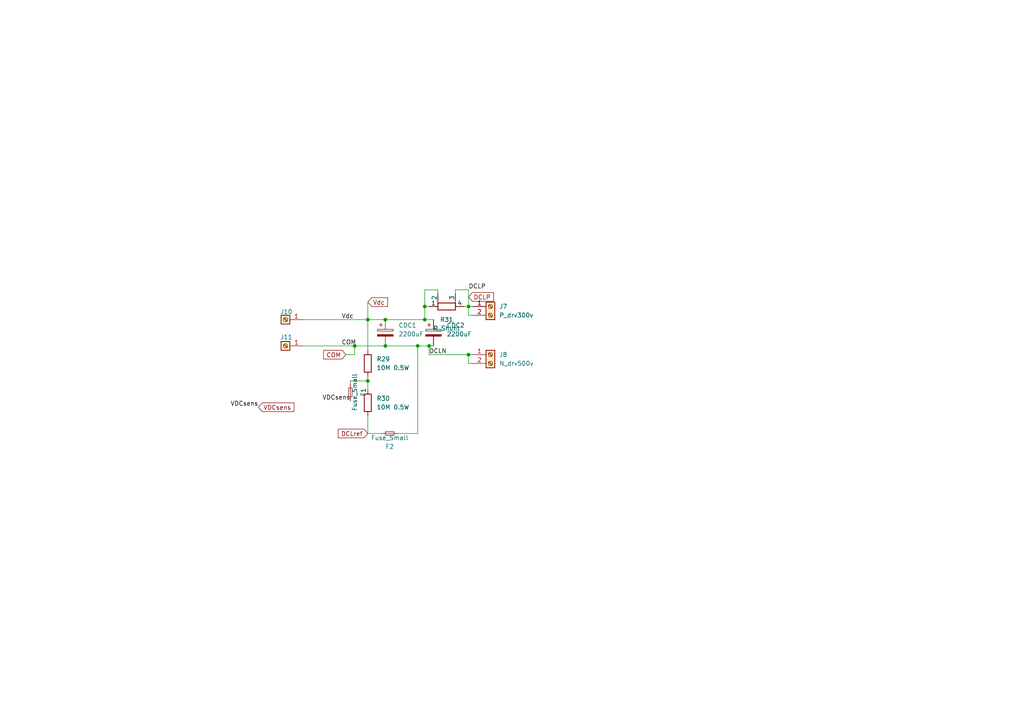
<source format=kicad_sch>
(kicad_sch (version 20211123) (generator eeschema)

  (uuid 0e8bbc59-c3fc-44c4-a6da-f1520b61b01f)

  (paper "A4")

  (title_block
    (title "Driver_board 3 phase inverter 6 Channel")
    (date "2022-09-01")
    (rev "2")
    (company "Designed By - Yawar Badri")
    (comment 3 "600V | 1200V | 600V")
  )

  (lib_symbols
    (symbol "Connector:Screw_Terminal_01x01" (pin_names (offset 1.016) hide) (in_bom yes) (on_board yes)
      (property "Reference" "J" (id 0) (at 0 2.54 0)
        (effects (font (size 1.27 1.27)))
      )
      (property "Value" "Screw_Terminal_01x01" (id 1) (at 0 -2.54 0)
        (effects (font (size 1.27 1.27)))
      )
      (property "Footprint" "" (id 2) (at 0 0 0)
        (effects (font (size 1.27 1.27)) hide)
      )
      (property "Datasheet" "~" (id 3) (at 0 0 0)
        (effects (font (size 1.27 1.27)) hide)
      )
      (property "ki_keywords" "screw terminal" (id 4) (at 0 0 0)
        (effects (font (size 1.27 1.27)) hide)
      )
      (property "ki_description" "Generic screw terminal, single row, 01x01, script generated (kicad-library-utils/schlib/autogen/connector/)" (id 5) (at 0 0 0)
        (effects (font (size 1.27 1.27)) hide)
      )
      (property "ki_fp_filters" "TerminalBlock*:*" (id 6) (at 0 0 0)
        (effects (font (size 1.27 1.27)) hide)
      )
      (symbol "Screw_Terminal_01x01_1_1"
        (rectangle (start -1.27 1.27) (end 1.27 -1.27)
          (stroke (width 0.254) (type default) (color 0 0 0 0))
          (fill (type background))
        )
        (polyline
          (pts
            (xy -0.5334 0.3302)
            (xy 0.3302 -0.508)
          )
          (stroke (width 0.1524) (type default) (color 0 0 0 0))
          (fill (type none))
        )
        (polyline
          (pts
            (xy -0.3556 0.508)
            (xy 0.508 -0.3302)
          )
          (stroke (width 0.1524) (type default) (color 0 0 0 0))
          (fill (type none))
        )
        (circle (center 0 0) (radius 0.635)
          (stroke (width 0.1524) (type default) (color 0 0 0 0))
          (fill (type none))
        )
        (pin passive line (at -5.08 0 0) (length 3.81)
          (name "Pin_1" (effects (font (size 1.27 1.27))))
          (number "1" (effects (font (size 1.27 1.27))))
        )
      )
    )
    (symbol "Connector:Screw_Terminal_01x02" (pin_names (offset 1.016) hide) (in_bom yes) (on_board yes)
      (property "Reference" "J" (id 0) (at 0 2.54 0)
        (effects (font (size 1.27 1.27)))
      )
      (property "Value" "Screw_Terminal_01x02" (id 1) (at 0 -5.08 0)
        (effects (font (size 1.27 1.27)))
      )
      (property "Footprint" "" (id 2) (at 0 0 0)
        (effects (font (size 1.27 1.27)) hide)
      )
      (property "Datasheet" "~" (id 3) (at 0 0 0)
        (effects (font (size 1.27 1.27)) hide)
      )
      (property "ki_keywords" "screw terminal" (id 4) (at 0 0 0)
        (effects (font (size 1.27 1.27)) hide)
      )
      (property "ki_description" "Generic screw terminal, single row, 01x02, script generated (kicad-library-utils/schlib/autogen/connector/)" (id 5) (at 0 0 0)
        (effects (font (size 1.27 1.27)) hide)
      )
      (property "ki_fp_filters" "TerminalBlock*:*" (id 6) (at 0 0 0)
        (effects (font (size 1.27 1.27)) hide)
      )
      (symbol "Screw_Terminal_01x02_1_1"
        (rectangle (start -1.27 1.27) (end 1.27 -3.81)
          (stroke (width 0.254) (type default) (color 0 0 0 0))
          (fill (type background))
        )
        (circle (center 0 -2.54) (radius 0.635)
          (stroke (width 0.1524) (type default) (color 0 0 0 0))
          (fill (type none))
        )
        (polyline
          (pts
            (xy -0.5334 -2.2098)
            (xy 0.3302 -3.048)
          )
          (stroke (width 0.1524) (type default) (color 0 0 0 0))
          (fill (type none))
        )
        (polyline
          (pts
            (xy -0.5334 0.3302)
            (xy 0.3302 -0.508)
          )
          (stroke (width 0.1524) (type default) (color 0 0 0 0))
          (fill (type none))
        )
        (polyline
          (pts
            (xy -0.3556 -2.032)
            (xy 0.508 -2.8702)
          )
          (stroke (width 0.1524) (type default) (color 0 0 0 0))
          (fill (type none))
        )
        (polyline
          (pts
            (xy -0.3556 0.508)
            (xy 0.508 -0.3302)
          )
          (stroke (width 0.1524) (type default) (color 0 0 0 0))
          (fill (type none))
        )
        (circle (center 0 0) (radius 0.635)
          (stroke (width 0.1524) (type default) (color 0 0 0 0))
          (fill (type none))
        )
        (pin passive line (at -5.08 0 0) (length 3.81)
          (name "Pin_1" (effects (font (size 1.27 1.27))))
          (number "1" (effects (font (size 1.27 1.27))))
        )
        (pin passive line (at -5.08 -2.54 0) (length 3.81)
          (name "Pin_2" (effects (font (size 1.27 1.27))))
          (number "2" (effects (font (size 1.27 1.27))))
        )
      )
    )
    (symbol "Device:C_Polarized" (pin_numbers hide) (pin_names (offset 0.254)) (in_bom yes) (on_board yes)
      (property "Reference" "C" (id 0) (at 0.635 2.54 0)
        (effects (font (size 1.27 1.27)) (justify left))
      )
      (property "Value" "C_Polarized" (id 1) (at 0.635 -2.54 0)
        (effects (font (size 1.27 1.27)) (justify left))
      )
      (property "Footprint" "" (id 2) (at 0.9652 -3.81 0)
        (effects (font (size 1.27 1.27)) hide)
      )
      (property "Datasheet" "~" (id 3) (at 0 0 0)
        (effects (font (size 1.27 1.27)) hide)
      )
      (property "ki_keywords" "cap capacitor" (id 4) (at 0 0 0)
        (effects (font (size 1.27 1.27)) hide)
      )
      (property "ki_description" "Polarized capacitor" (id 5) (at 0 0 0)
        (effects (font (size 1.27 1.27)) hide)
      )
      (property "ki_fp_filters" "CP_*" (id 6) (at 0 0 0)
        (effects (font (size 1.27 1.27)) hide)
      )
      (symbol "C_Polarized_0_1"
        (rectangle (start -2.286 0.508) (end 2.286 1.016)
          (stroke (width 0) (type default) (color 0 0 0 0))
          (fill (type none))
        )
        (polyline
          (pts
            (xy -1.778 2.286)
            (xy -0.762 2.286)
          )
          (stroke (width 0) (type default) (color 0 0 0 0))
          (fill (type none))
        )
        (polyline
          (pts
            (xy -1.27 2.794)
            (xy -1.27 1.778)
          )
          (stroke (width 0) (type default) (color 0 0 0 0))
          (fill (type none))
        )
        (rectangle (start 2.286 -0.508) (end -2.286 -1.016)
          (stroke (width 0) (type default) (color 0 0 0 0))
          (fill (type outline))
        )
      )
      (symbol "C_Polarized_1_1"
        (pin passive line (at 0 3.81 270) (length 2.794)
          (name "~" (effects (font (size 1.27 1.27))))
          (number "1" (effects (font (size 1.27 1.27))))
        )
        (pin passive line (at 0 -3.81 90) (length 2.794)
          (name "~" (effects (font (size 1.27 1.27))))
          (number "2" (effects (font (size 1.27 1.27))))
        )
      )
    )
    (symbol "Device:Fuse_Small" (pin_numbers hide) (pin_names (offset 0.254) hide) (in_bom yes) (on_board yes)
      (property "Reference" "F" (id 0) (at 0 -1.524 0)
        (effects (font (size 1.27 1.27)))
      )
      (property "Value" "Fuse_Small" (id 1) (at 0 1.524 0)
        (effects (font (size 1.27 1.27)))
      )
      (property "Footprint" "" (id 2) (at 0 0 0)
        (effects (font (size 1.27 1.27)) hide)
      )
      (property "Datasheet" "~" (id 3) (at 0 0 0)
        (effects (font (size 1.27 1.27)) hide)
      )
      (property "ki_keywords" "fuse" (id 4) (at 0 0 0)
        (effects (font (size 1.27 1.27)) hide)
      )
      (property "ki_description" "Fuse, small symbol" (id 5) (at 0 0 0)
        (effects (font (size 1.27 1.27)) hide)
      )
      (property "ki_fp_filters" "SM*" (id 6) (at 0 0 0)
        (effects (font (size 1.27 1.27)) hide)
      )
      (symbol "Fuse_Small_0_1"
        (rectangle (start -1.27 0.508) (end 1.27 -0.508)
          (stroke (width 0) (type default) (color 0 0 0 0))
          (fill (type none))
        )
        (polyline
          (pts
            (xy -1.27 0)
            (xy 1.27 0)
          )
          (stroke (width 0) (type default) (color 0 0 0 0))
          (fill (type none))
        )
      )
      (symbol "Fuse_Small_1_1"
        (pin passive line (at -2.54 0 0) (length 1.27)
          (name "~" (effects (font (size 1.27 1.27))))
          (number "1" (effects (font (size 1.27 1.27))))
        )
        (pin passive line (at 2.54 0 180) (length 1.27)
          (name "~" (effects (font (size 1.27 1.27))))
          (number "2" (effects (font (size 1.27 1.27))))
        )
      )
    )
    (symbol "Device:R" (pin_numbers hide) (pin_names (offset 0)) (in_bom yes) (on_board yes)
      (property "Reference" "R" (id 0) (at 2.032 0 90)
        (effects (font (size 1.27 1.27)))
      )
      (property "Value" "R" (id 1) (at 0 0 90)
        (effects (font (size 1.27 1.27)))
      )
      (property "Footprint" "" (id 2) (at -1.778 0 90)
        (effects (font (size 1.27 1.27)) hide)
      )
      (property "Datasheet" "~" (id 3) (at 0 0 0)
        (effects (font (size 1.27 1.27)) hide)
      )
      (property "ki_keywords" "R res resistor" (id 4) (at 0 0 0)
        (effects (font (size 1.27 1.27)) hide)
      )
      (property "ki_description" "Resistor" (id 5) (at 0 0 0)
        (effects (font (size 1.27 1.27)) hide)
      )
      (property "ki_fp_filters" "R_*" (id 6) (at 0 0 0)
        (effects (font (size 1.27 1.27)) hide)
      )
      (symbol "R_0_1"
        (rectangle (start -1.016 -2.54) (end 1.016 2.54)
          (stroke (width 0.254) (type default) (color 0 0 0 0))
          (fill (type none))
        )
      )
      (symbol "R_1_1"
        (pin passive line (at 0 3.81 270) (length 1.27)
          (name "~" (effects (font (size 1.27 1.27))))
          (number "1" (effects (font (size 1.27 1.27))))
        )
        (pin passive line (at 0 -3.81 90) (length 1.27)
          (name "~" (effects (font (size 1.27 1.27))))
          (number "2" (effects (font (size 1.27 1.27))))
        )
      )
    )
    (symbol "Device:R_Shunt" (pin_numbers hide) (pin_names (offset 0)) (in_bom yes) (on_board yes)
      (property "Reference" "R" (id 0) (at -4.445 0 90)
        (effects (font (size 1.27 1.27)))
      )
      (property "Value" "R_Shunt" (id 1) (at -2.54 0 90)
        (effects (font (size 1.27 1.27)))
      )
      (property "Footprint" "" (id 2) (at -1.778 0 90)
        (effects (font (size 1.27 1.27)) hide)
      )
      (property "Datasheet" "~" (id 3) (at 0 0 0)
        (effects (font (size 1.27 1.27)) hide)
      )
      (property "ki_keywords" "R res shunt resistor" (id 4) (at 0 0 0)
        (effects (font (size 1.27 1.27)) hide)
      )
      (property "ki_description" "Shunt resistor" (id 5) (at 0 0 0)
        (effects (font (size 1.27 1.27)) hide)
      )
      (property "ki_fp_filters" "R_*Shunt*" (id 6) (at 0 0 0)
        (effects (font (size 1.27 1.27)) hide)
      )
      (symbol "R_Shunt_0_1"
        (rectangle (start -1.016 -2.54) (end 1.016 2.54)
          (stroke (width 0.254) (type default) (color 0 0 0 0))
          (fill (type none))
        )
        (polyline
          (pts
            (xy 0 -2.54)
            (xy 1.27 -2.54)
          )
          (stroke (width 0) (type default) (color 0 0 0 0))
          (fill (type none))
        )
        (polyline
          (pts
            (xy 1.27 2.54)
            (xy 0 2.54)
          )
          (stroke (width 0) (type default) (color 0 0 0 0))
          (fill (type none))
        )
      )
      (symbol "R_Shunt_1_1"
        (pin passive line (at 0 5.08 270) (length 2.54)
          (name "1" (effects (font (size 1.27 1.27))))
          (number "1" (effects (font (size 1.27 1.27))))
        )
        (pin passive line (at 3.81 2.54 180) (length 2.54)
          (name "2" (effects (font (size 1.27 1.27))))
          (number "2" (effects (font (size 1.27 1.27))))
        )
        (pin passive line (at 3.81 -2.54 180) (length 2.54)
          (name "3" (effects (font (size 1.27 1.27))))
          (number "3" (effects (font (size 1.27 1.27))))
        )
        (pin passive line (at 0 -5.08 90) (length 2.54)
          (name "4" (effects (font (size 1.27 1.27))))
          (number "4" (effects (font (size 1.27 1.27))))
        )
      )
    )
  )

  (junction (at 135.89 88.9) (diameter 0) (color 0 0 0 0)
    (uuid 0db19634-f770-401d-b81d-7ab1c92e87d6)
  )
  (junction (at 121.158 100.33) (diameter 0) (color 0 0 0 0)
    (uuid 3c9972fc-ddcf-495e-8647-b1f30a5c671f)
  )
  (junction (at 111.76 92.71) (diameter 0) (color 0 0 0 0)
    (uuid 41902fe0-c24a-4b0f-9096-95dd68fbb710)
  )
  (junction (at 135.89 102.87) (diameter 0) (color 0 0 0 0)
    (uuid 55d77b6a-d19b-4acb-acce-ff9812ef28c0)
  )
  (junction (at 123.19 92.71) (diameter 0) (color 0 0 0 0)
    (uuid 56f5701c-0418-450a-a262-d3e8dd025138)
  )
  (junction (at 102.87 100.33) (diameter 0) (color 0 0 0 0)
    (uuid 849aa141-8f41-4ac1-80f2-09091e557ffb)
  )
  (junction (at 111.76 100.33) (diameter 0) (color 0 0 0 0)
    (uuid 880144aa-5a35-41db-aa59-2d30db03b210)
  )
  (junction (at 124.46 100.33) (diameter 0) (color 0 0 0 0)
    (uuid d224b95a-7415-4dac-a9e2-595627bd089d)
  )
  (junction (at 106.68 92.71) (diameter 0) (color 0 0 0 0)
    (uuid d2fea8c5-7ebc-4035-8720-e2b71fce7f06)
  )
  (junction (at 123.19 88.9) (diameter 0) (color 0 0 0 0)
    (uuid d8148c35-b83b-4449-8690-4d89c9ec7221)
  )
  (junction (at 106.68 110.49) (diameter 0) (color 0 0 0 0)
    (uuid e2520dbd-8952-4b4d-a3b1-78aee27666f6)
  )

  (wire (pts (xy 135.89 91.44) (xy 135.89 88.9))
    (stroke (width 0) (type default) (color 0 0 0 0))
    (uuid 0130a1e4-9995-4916-ae2f-c85e6cfcf2a5)
  )
  (wire (pts (xy 124.46 88.9) (xy 123.19 88.9))
    (stroke (width 0) (type default) (color 0 0 0 0))
    (uuid 0b9fcc02-0fc8-4f1b-8afb-b7877d5d0a12)
  )
  (wire (pts (xy 123.19 92.71) (xy 125.73 92.71))
    (stroke (width 0) (type default) (color 0 0 0 0))
    (uuid 1c067f7c-74cc-4041-b652-b604482f1791)
  )
  (wire (pts (xy 100.33 102.87) (xy 102.87 102.87))
    (stroke (width 0) (type default) (color 0 0 0 0))
    (uuid 1dd3c665-e311-4a5d-bd26-7af43759913a)
  )
  (wire (pts (xy 111.76 92.71) (xy 123.19 92.71))
    (stroke (width 0) (type default) (color 0 0 0 0))
    (uuid 226fa638-71ca-44dc-8769-8383737b0dfa)
  )
  (wire (pts (xy 106.68 92.71) (xy 106.68 101.6))
    (stroke (width 0) (type default) (color 0 0 0 0))
    (uuid 2824720c-5b07-4513-8ad2-061cb409024d)
  )
  (wire (pts (xy 137.16 88.9) (xy 135.89 88.9))
    (stroke (width 0) (type default) (color 0 0 0 0))
    (uuid 32970878-a63d-4eeb-b079-071cf8bcbc6a)
  )
  (wire (pts (xy 137.16 105.41) (xy 135.89 105.41))
    (stroke (width 0) (type default) (color 0 0 0 0))
    (uuid 3bb777d4-3c42-4e0b-8ae7-d62f7a76598c)
  )
  (wire (pts (xy 127 84.074) (xy 123.19 84.074))
    (stroke (width 0) (type default) (color 0 0 0 0))
    (uuid 47f46c42-8f02-4c84-b381-cbe146ebc196)
  )
  (wire (pts (xy 106.68 92.71) (xy 111.76 92.71))
    (stroke (width 0) (type default) (color 0 0 0 0))
    (uuid 4e63c1c6-d6ea-42da-9a59-c072dc41f46d)
  )
  (wire (pts (xy 135.89 88.9) (xy 134.62 88.9))
    (stroke (width 0) (type default) (color 0 0 0 0))
    (uuid 51c4215f-1e68-4abc-867d-19b5933aad09)
  )
  (wire (pts (xy 132.08 84.074) (xy 135.89 84.074))
    (stroke (width 0) (type default) (color 0 0 0 0))
    (uuid 5272e901-cd01-44a1-82f2-08a78c120b47)
  )
  (wire (pts (xy 121.158 100.33) (xy 121.158 125.73))
    (stroke (width 0) (type default) (color 0 0 0 0))
    (uuid 53393525-b94f-487b-8f5c-5c86fe47f816)
  )
  (wire (pts (xy 135.89 105.41) (xy 135.89 102.87))
    (stroke (width 0) (type default) (color 0 0 0 0))
    (uuid 5bf94851-5e09-45b4-ba07-af403bdf1c3c)
  )
  (wire (pts (xy 124.46 100.33) (xy 125.73 100.33))
    (stroke (width 0) (type default) (color 0 0 0 0))
    (uuid 60915644-d4e6-41b5-936d-0a4ccf3635aa)
  )
  (wire (pts (xy 132.08 84.074) (xy 132.08 85.09))
    (stroke (width 0) (type default) (color 0 0 0 0))
    (uuid 6544dfaf-22ed-4a9a-9da2-346974a17f1c)
  )
  (wire (pts (xy 106.68 110.49) (xy 106.68 113.03))
    (stroke (width 0) (type default) (color 0 0 0 0))
    (uuid 7c0c8a87-6afc-4b13-a849-47bb60e44fa3)
  )
  (wire (pts (xy 87.884 100.33) (xy 102.87 100.33))
    (stroke (width 0) (type default) (color 0 0 0 0))
    (uuid 852f5f23-f1b4-4ec1-825d-48d75fd4e79e)
  )
  (wire (pts (xy 123.19 88.9) (xy 123.19 92.71))
    (stroke (width 0) (type default) (color 0 0 0 0))
    (uuid 8be2b4fb-3941-407a-b363-138b4196232b)
  )
  (wire (pts (xy 137.16 102.87) (xy 135.89 102.87))
    (stroke (width 0) (type default) (color 0 0 0 0))
    (uuid 9211bc19-2017-427d-ba19-8235432f9192)
  )
  (wire (pts (xy 106.68 87.63) (xy 106.68 92.71))
    (stroke (width 0) (type default) (color 0 0 0 0))
    (uuid ac732f9e-f511-429d-9f6e-e25ce265d35d)
  )
  (wire (pts (xy 115.57 125.73) (xy 121.158 125.73))
    (stroke (width 0) (type default) (color 0 0 0 0))
    (uuid b53046c2-29e6-48ce-92ca-53da634b6c14)
  )
  (wire (pts (xy 106.68 125.73) (xy 110.49 125.73))
    (stroke (width 0) (type default) (color 0 0 0 0))
    (uuid b5d8e16d-da17-4a14-b7b6-f0fde9f9fe1f)
  )
  (wire (pts (xy 87.884 92.71) (xy 106.68 92.71))
    (stroke (width 0) (type default) (color 0 0 0 0))
    (uuid bc058d19-c06d-498a-b324-3e31b0c35253)
  )
  (wire (pts (xy 106.68 120.65) (xy 106.68 125.73))
    (stroke (width 0) (type default) (color 0 0 0 0))
    (uuid c6c38c8c-889b-4e01-bbb5-a1757103dbe1)
  )
  (wire (pts (xy 137.16 91.44) (xy 135.89 91.44))
    (stroke (width 0) (type default) (color 0 0 0 0))
    (uuid cbd2f17a-d645-44c5-b1ac-0fcde0affd88)
  )
  (wire (pts (xy 121.158 100.33) (xy 124.46 100.33))
    (stroke (width 0) (type default) (color 0 0 0 0))
    (uuid cdfe1e9a-da67-4b44-9c81-ec9ca53a2844)
  )
  (wire (pts (xy 102.87 102.87) (xy 102.87 100.33))
    (stroke (width 0) (type default) (color 0 0 0 0))
    (uuid de7380d0-6856-4069-9bd6-ab8e4a749ce6)
  )
  (wire (pts (xy 127 84.074) (xy 127 85.09))
    (stroke (width 0) (type default) (color 0 0 0 0))
    (uuid e2cc9839-d71e-465f-9e7c-6f19fbb229bb)
  )
  (wire (pts (xy 124.46 102.87) (xy 124.46 100.33))
    (stroke (width 0) (type default) (color 0 0 0 0))
    (uuid e8152f7c-bc71-4538-a716-7294c58e5fe8)
  )
  (wire (pts (xy 111.76 100.33) (xy 121.158 100.33))
    (stroke (width 0) (type default) (color 0 0 0 0))
    (uuid edb634a3-522b-4794-b525-c3dac7f0a634)
  )
  (wire (pts (xy 123.19 84.074) (xy 123.19 88.9))
    (stroke (width 0) (type default) (color 0 0 0 0))
    (uuid ef40d4eb-0678-4fdd-9e23-feaebf0c9ad6)
  )
  (wire (pts (xy 101.6 110.49) (xy 106.68 110.49))
    (stroke (width 0) (type default) (color 0 0 0 0))
    (uuid f0fab32e-0938-45d2-8c42-7a290e51b399)
  )
  (wire (pts (xy 101.6 110.49) (xy 101.6 111.252))
    (stroke (width 0) (type default) (color 0 0 0 0))
    (uuid f16fccc4-1e4e-48ed-8c2d-8822253aac1a)
  )
  (wire (pts (xy 135.89 102.87) (xy 124.46 102.87))
    (stroke (width 0) (type default) (color 0 0 0 0))
    (uuid f294817b-e73d-4365-8284-dd75e4911dce)
  )
  (wire (pts (xy 135.89 84.074) (xy 135.89 88.9))
    (stroke (width 0) (type default) (color 0 0 0 0))
    (uuid f3847d77-bbfe-4318-ab65-3f9815e5ac33)
  )
  (wire (pts (xy 102.87 100.33) (xy 111.76 100.33))
    (stroke (width 0) (type default) (color 0 0 0 0))
    (uuid f4819da5-0c2c-4233-9190-233d250a0ed6)
  )
  (wire (pts (xy 106.68 109.22) (xy 106.68 110.49))
    (stroke (width 0) (type default) (color 0 0 0 0))
    (uuid f9dcfb57-1328-490b-8331-d40ecff12f86)
  )

  (label "DCLP" (at 135.89 84.074 0)
    (effects (font (size 1.27 1.27)) (justify left bottom))
    (uuid 0102750b-2cc9-4266-8a72-f5076f7b24f2)
  )
  (label "VDCsens" (at 74.93 118.11 180)
    (effects (font (size 1.27 1.27)) (justify right bottom))
    (uuid 08950646-cb4c-4ee3-b3b3-682dd9fc4d5f)
  )
  (label "DCLN" (at 124.46 102.87 0)
    (effects (font (size 1.27 1.27)) (justify left bottom))
    (uuid 2ecee0e7-44ef-4f06-b613-003a2b6cf67d)
  )
  (label "VDCsens" (at 101.6 116.332 180)
    (effects (font (size 1.27 1.27)) (justify right bottom))
    (uuid 4ea58bac-3c9a-4009-b8f8-6e597d8b333a)
  )
  (label "COM" (at 99.06 100.33 0)
    (effects (font (size 1.27 1.27)) (justify left bottom))
    (uuid a533224f-1521-4ca6-84ad-00456a755d8c)
  )
  (label "Vdc" (at 99.06 92.71 0)
    (effects (font (size 1.27 1.27)) (justify left bottom))
    (uuid cce1075d-b661-47c5-9bc2-b387fb18fdfc)
  )

  (global_label "DCLP" (shape input) (at 135.89 86.106 0) (fields_autoplaced)
    (effects (font (size 1.27 1.27)) (justify left))
    (uuid 2434846a-0bdd-4519-8b7f-28daa1f4fdef)
    (property "Intersheet References" "${INTERSHEET_REFS}" (id 0) (at 143.1412 86.0266 0)
      (effects (font (size 1.27 1.27)) (justify left) hide)
    )
  )
  (global_label "DCLref" (shape input) (at 106.68 125.73 180) (fields_autoplaced)
    (effects (font (size 1.27 1.27)) (justify right))
    (uuid 7e61df15-ac24-462e-ad58-5b7db863fcdf)
    (property "Intersheet References" "${INTERSHEET_REFS}" (id 0) (at 98.0983 125.6506 0)
      (effects (font (size 1.27 1.27)) (justify right) hide)
    )
  )
  (global_label "Vdc" (shape input) (at 106.68 87.63 0) (fields_autoplaced)
    (effects (font (size 1.27 1.27)) (justify left))
    (uuid 88441bdf-1ba3-4f6c-8b2a-ab3f03864307)
    (property "Intersheet References" "${INTERSHEET_REFS}" (id 0) (at 112.4193 87.5506 0)
      (effects (font (size 1.27 1.27)) (justify left) hide)
    )
  )
  (global_label "VDCsens" (shape input) (at 74.93 118.11 0) (fields_autoplaced)
    (effects (font (size 1.27 1.27)) (justify left))
    (uuid 957b0997-273c-4207-b882-1c8a6699bef3)
    (property "Intersheet References" "${INTERSHEET_REFS}" (id 0) (at 85.2655 118.0306 0)
      (effects (font (size 1.27 1.27)) (justify left) hide)
    )
  )
  (global_label "COM" (shape input) (at 100.33 102.87 180) (fields_autoplaced)
    (effects (font (size 1.27 1.27)) (justify right))
    (uuid c41c41b7-5418-4d76-bfa0-d3e743a79914)
    (property "Intersheet References" "${INTERSHEET_REFS}" (id 0) (at 93.865 102.7906 0)
      (effects (font (size 1.27 1.27)) (justify right) hide)
    )
  )

  (symbol (lib_id "Device:Fuse_Small") (at 113.03 125.73 0) (unit 1)
    (in_bom yes) (on_board yes)
    (uuid 02522a4e-b79c-4954-be5c-f00730635d57)
    (property "Reference" "F2" (id 0) (at 113.03 129.54 0))
    (property "Value" "Fuse_Small" (id 1) (at 113.03 127 0))
    (property "Footprint" "Fuse:Fuse_2512_6332Metric" (id 2) (at 113.03 125.73 0)
      (effects (font (size 1.27 1.27)) hide)
    )
    (property "Datasheet" "~" (id 3) (at 113.03 125.73 0)
      (effects (font (size 1.27 1.27)) hide)
    )
    (pin "1" (uuid e7a0318e-071a-4a99-bf30-0df2dc17261c))
    (pin "2" (uuid abdefa89-e888-499f-a281-0c1b1f574873))
  )

  (symbol (lib_id "Device:C_Polarized") (at 111.76 96.52 0) (unit 1)
    (in_bom yes) (on_board yes) (fields_autoplaced)
    (uuid 166ab247-14d2-4259-9fd2-9dd7fd816cc9)
    (property "Reference" "CDC1" (id 0) (at 115.57 94.3609 0)
      (effects (font (size 1.27 1.27)) (justify left))
    )
    (property "Value" "2200uF" (id 1) (at 115.57 96.9009 0)
      (effects (font (size 1.27 1.27)) (justify left))
    )
    (property "Footprint" "Capacitor_THT:CP_Radial_D35.0mm_P10.00mm_SnapIn" (id 2) (at 112.7252 100.33 0)
      (effects (font (size 1.27 1.27)) hide)
    )
    (property "Datasheet" "https://www.cde.com/resources/catalogs/380LQ.pdf" (id 3) (at 111.76 96.52 0)
      (effects (font (size 1.27 1.27)) hide)
    )
    (property "Tanotis" "https://www.tanotis.com/products/cornell-dubilier-380lq222m250a052-aluminum-electrolytic-capacitor-2200uf-250v-20-snap-in" (id 4) (at 111.76 96.52 0)
      (effects (font (size 1.27 1.27)) hide)
    )
    (property "Cost" "1,770.73" (id 5) (at 111.76 96.52 0)
      (effects (font (size 1.27 1.27)) hide)
    )
    (property "P ID" "380LQ222M250A052" (id 6) (at 111.76 96.52 0)
      (effects (font (size 1.27 1.27)) hide)
    )
    (pin "1" (uuid 59ee237d-2be4-41cc-8986-f79ea383b387))
    (pin "2" (uuid 6eb779ab-2cdc-4848-8b65-a1517249557e))
  )

  (symbol (lib_id "Device:R") (at 106.68 105.41 180) (unit 1)
    (in_bom yes) (on_board yes) (fields_autoplaced)
    (uuid 1e13db0d-5bfd-4f9d-a452-f6bba881c8ed)
    (property "Reference" "R29" (id 0) (at 109.22 104.1399 0)
      (effects (font (size 1.27 1.27)) (justify right))
    )
    (property "Value" "10M 0.5W" (id 1) (at 109.22 106.6799 0)
      (effects (font (size 1.27 1.27)) (justify right))
    )
    (property "Footprint" "Resistor_THT:R_Axial_DIN0309_L9.0mm_D3.2mm_P12.70mm_Horizontal" (id 2) (at 108.458 105.41 90)
      (effects (font (size 1.27 1.27)) hide)
    )
    (property "Datasheet" "~" (id 3) (at 106.68 105.41 0)
      (effects (font (size 1.27 1.27)) hide)
    )
    (pin "1" (uuid 8c285bab-5a2c-4fce-ab85-66eb609c60fa))
    (pin "2" (uuid 9ecc51fc-a27a-4e22-9379-5c819a62a604))
  )

  (symbol (lib_id "Device:Fuse_Small") (at 101.6 113.792 90) (unit 1)
    (in_bom yes) (on_board yes)
    (uuid 21f96270-144c-4a95-a4b1-6f179c15caaa)
    (property "Reference" "F1" (id 0) (at 105.41 113.792 0))
    (property "Value" "Fuse_Small" (id 1) (at 102.87 113.792 0))
    (property "Footprint" "Fuse:Fuse_2512_6332Metric" (id 2) (at 101.6 113.792 0)
      (effects (font (size 1.27 1.27)) hide)
    )
    (property "Datasheet" "~" (id 3) (at 101.6 113.792 0)
      (effects (font (size 1.27 1.27)) hide)
    )
    (pin "1" (uuid 33a08e8a-aec9-4349-a2e6-fcb752fa6a36))
    (pin "2" (uuid 72e50a3a-0295-4af4-a78e-cfb223b48a16))
  )

  (symbol (lib_id "Connector:Screw_Terminal_01x02") (at 142.24 88.9 0) (unit 1)
    (in_bom yes) (on_board yes) (fields_autoplaced)
    (uuid 3f7737fe-e626-408a-8899-afd3e4ba8503)
    (property "Reference" "J7" (id 0) (at 144.78 88.8999 0)
      (effects (font (size 1.27 1.27)) (justify left))
    )
    (property "Value" "P_drv300v" (id 1) (at 144.78 91.4399 0)
      (effects (font (size 1.27 1.27)) (justify left))
    )
    (property "Footprint" "TerminalBlock_Phoenix:TerminalBlock_Phoenix_MKDS-1,5-2_1x02_P5.00mm_Horizontal" (id 2) (at 142.24 88.9 0)
      (effects (font (size 1.27 1.27)) hide)
    )
    (property "Datasheet" "~" (id 3) (at 142.24 88.9 0)
      (effects (font (size 1.27 1.27)) hide)
    )
    (pin "1" (uuid 8788c67b-4e4e-4f3b-a016-4313a7102213))
    (pin "2" (uuid 7b10c30e-11d4-414a-8926-7dda7b1738bb))
  )

  (symbol (lib_id "Connector:Screw_Terminal_01x01") (at 82.804 92.71 180) (unit 1)
    (in_bom yes) (on_board yes)
    (uuid 3f8cc666-bc3a-42ae-a08f-7d3ecb9aa2e2)
    (property "Reference" "J10" (id 0) (at 83.058 90.424 0))
    (property "Value" "Screw_Terminal_01x01" (id 1) (at 82.804 88.646 0)
      (effects (font (size 1.27 1.27)) hide)
    )
    (property "Footprint" "Connector:Banana_Jack_1Pin" (id 2) (at 82.804 92.71 0)
      (effects (font (size 1.27 1.27)) hide)
    )
    (property "Datasheet" "~" (id 3) (at 82.804 92.71 0)
      (effects (font (size 1.27 1.27)) hide)
    )
    (pin "1" (uuid 8cc6379c-c187-42bc-bba6-92c6178514c3))
  )

  (symbol (lib_id "Device:R_Shunt") (at 129.54 88.9 90) (unit 1)
    (in_bom yes) (on_board yes) (fields_autoplaced)
    (uuid 66d41086-7c53-4877-993d-fa435500c71c)
    (property "Reference" "R31" (id 0) (at 129.54 92.71 90))
    (property "Value" "R_Shunt" (id 1) (at 129.54 95.25 90))
    (property "Footprint" "Resistor_THT:R_Axial_Shunt_L35.3mm_W9.5mm_PS25.40mm_P38.10mm" (id 2) (at 129.54 90.678 90)
      (effects (font (size 1.27 1.27)) hide)
    )
    (property "Datasheet" "~" (id 3) (at 129.54 88.9 0)
      (effects (font (size 1.27 1.27)) hide)
    )
    (pin "1" (uuid 4b1c680b-6099-4490-aa21-56f0ac9d597a))
    (pin "2" (uuid 25f94c51-3b3d-4ab5-8199-10c316b7a97e))
    (pin "3" (uuid 60ece33f-0654-4fdb-bfb3-8118bc5dd525))
    (pin "4" (uuid 3525b561-68f3-423a-9d61-eea2dd932f9d))
  )

  (symbol (lib_id "Device:R") (at 106.68 116.84 180) (unit 1)
    (in_bom yes) (on_board yes) (fields_autoplaced)
    (uuid 6865022b-4b71-40bf-8ac5-fd46b46f39a1)
    (property "Reference" "R30" (id 0) (at 109.22 115.5699 0)
      (effects (font (size 1.27 1.27)) (justify right))
    )
    (property "Value" "10M 0.5W" (id 1) (at 109.22 118.1099 0)
      (effects (font (size 1.27 1.27)) (justify right))
    )
    (property "Footprint" "Resistor_THT:R_Axial_DIN0309_L9.0mm_D3.2mm_P12.70mm_Horizontal" (id 2) (at 108.458 116.84 90)
      (effects (font (size 1.27 1.27)) hide)
    )
    (property "Datasheet" "~" (id 3) (at 106.68 116.84 0)
      (effects (font (size 1.27 1.27)) hide)
    )
    (pin "1" (uuid 532709bb-60bf-42ee-badc-ce2f49a1935c))
    (pin "2" (uuid 39e9ade3-a5f0-4dda-b5c9-4b919537f721))
  )

  (symbol (lib_id "Connector:Screw_Terminal_01x02") (at 142.24 102.87 0) (unit 1)
    (in_bom yes) (on_board yes) (fields_autoplaced)
    (uuid 8732dab4-e158-4edc-a833-1a5dd830c819)
    (property "Reference" "J8" (id 0) (at 144.78 102.8699 0)
      (effects (font (size 1.27 1.27)) (justify left))
    )
    (property "Value" "N_drv500v" (id 1) (at 144.78 105.4099 0)
      (effects (font (size 1.27 1.27)) (justify left))
    )
    (property "Footprint" "TerminalBlock_Phoenix:TerminalBlock_Phoenix_MKDS-1,5-2_1x02_P5.00mm_Horizontal" (id 2) (at 142.24 102.87 0)
      (effects (font (size 1.27 1.27)) hide)
    )
    (property "Datasheet" "~" (id 3) (at 142.24 102.87 0)
      (effects (font (size 1.27 1.27)) hide)
    )
    (pin "1" (uuid f44ebd2a-bb82-4274-a5b2-1ef75124ee41))
    (pin "2" (uuid 7323e372-336d-410f-ba21-b53de42145b3))
  )

  (symbol (lib_id "Device:C_Polarized") (at 125.73 96.52 0) (unit 1)
    (in_bom yes) (on_board yes) (fields_autoplaced)
    (uuid c535b591-7d82-41be-810e-0f71d7e5c218)
    (property "Reference" "CDC2" (id 0) (at 129.54 94.3609 0)
      (effects (font (size 1.27 1.27)) (justify left))
    )
    (property "Value" "2200uF" (id 1) (at 129.54 96.9009 0)
      (effects (font (size 1.27 1.27)) (justify left))
    )
    (property "Footprint" "Capacitor_THT:CP_Radial_D35.0mm_P10.00mm_SnapIn" (id 2) (at 126.6952 100.33 0)
      (effects (font (size 1.27 1.27)) hide)
    )
    (property "Datasheet" "https://www.cde.com/resources/catalogs/380LQ.pdf" (id 3) (at 125.73 96.52 0)
      (effects (font (size 1.27 1.27)) hide)
    )
    (property "Tanotis" "https://www.tanotis.com/products/cornell-dubilier-380lq222m250a052-aluminum-electrolytic-capacitor-2200uf-250v-20-snap-in" (id 4) (at 125.73 96.52 0)
      (effects (font (size 1.27 1.27)) hide)
    )
    (property "Cost" "1,770.73" (id 5) (at 125.73 96.52 0)
      (effects (font (size 1.27 1.27)) hide)
    )
    (property "P ID" "380LQ222M250A052" (id 6) (at 125.73 96.52 0)
      (effects (font (size 1.27 1.27)) hide)
    )
    (pin "1" (uuid 59c578cd-d038-4a76-866a-2f6258166150))
    (pin "2" (uuid 29502ba7-0039-404c-97e3-550f5f3d3d06))
  )

  (symbol (lib_id "Connector:Screw_Terminal_01x01") (at 82.804 100.33 180) (unit 1)
    (in_bom yes) (on_board yes)
    (uuid f8a50010-8e25-44f9-8260-3d8d06a0fc7e)
    (property "Reference" "J11" (id 0) (at 83.058 97.79 0))
    (property "Value" "Screw_Terminal_01x01" (id 1) (at 82.804 96.266 0)
      (effects (font (size 1.27 1.27)) hide)
    )
    (property "Footprint" "Connector:Banana_Jack_1Pin" (id 2) (at 82.804 100.33 0)
      (effects (font (size 1.27 1.27)) hide)
    )
    (property "Datasheet" "~" (id 3) (at 82.804 100.33 0)
      (effects (font (size 1.27 1.27)) hide)
    )
    (pin "1" (uuid 1c7b78a4-5ffd-43d5-970a-056dd78da3e8))
  )
)

</source>
